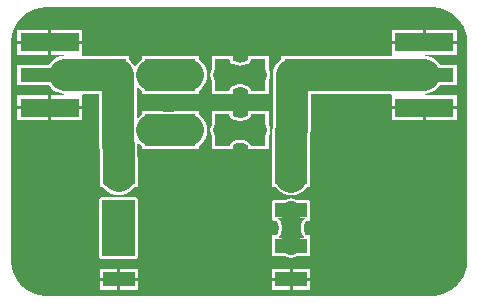
<source format=gbr>
%TF.GenerationSoftware,Altium Limited,Altium Designer,20.0.10 (225)*%
G04 Layer_Physical_Order=1*
G04 Layer_Color=255*
%FSLAX26Y26*%
%MOIN*%
%TF.FileFunction,Copper,L1,Top,Signal*%
%TF.Part,Single*%
G01*
G75*
%TA.AperFunction,SMDPad,CuDef*%
%ADD10R,0.106299X0.049213*%
%ADD11R,0.049213X0.106299*%
%ADD12R,0.196850X0.047244*%
%ADD13R,0.196850X0.062992*%
%TA.AperFunction,Conductor*%
%ADD14C,0.105236*%
%ADD15C,0.059055*%
%TA.AperFunction,ViaPad*%
%ADD16C,0.050000*%
G36*
X3156556Y2892979D02*
X3171511Y2888972D01*
X3185815Y2883047D01*
X3199224Y2875305D01*
X3211507Y2865880D01*
X3222455Y2854932D01*
X3231880Y2842649D01*
X3239622Y2829241D01*
X3245547Y2814936D01*
X3249554Y2799981D01*
X3251575Y2784631D01*
Y2776890D01*
Y2051220D01*
Y2043479D01*
X3249554Y2028129D01*
X3245547Y2013174D01*
X3239622Y1998870D01*
X3231880Y1985461D01*
X3222455Y1973178D01*
X3211507Y1962230D01*
X3199224Y1952805D01*
X3185815Y1945063D01*
X3171511Y1939138D01*
X3156556Y1935131D01*
X3141206Y1933110D01*
X3133465D01*
Y1933110D01*
X1850394Y1933110D01*
X1842652D01*
X1827302Y1935131D01*
X1812347Y1939138D01*
X1798043Y1945063D01*
X1784634Y1952805D01*
X1772351Y1962230D01*
X1761403Y1973178D01*
X1751978Y1985461D01*
X1744236Y1998870D01*
X1738312Y2013174D01*
X1734304Y2028129D01*
X1732284Y2043479D01*
Y2051220D01*
Y2776890D01*
Y2784631D01*
X1734304Y2799981D01*
X1738312Y2814936D01*
X1744236Y2829241D01*
X1751978Y2842649D01*
X1761403Y2854932D01*
X1772351Y2865880D01*
X1784634Y2875305D01*
X1798043Y2883047D01*
X1812347Y2888972D01*
X1827302Y2892979D01*
X1842652Y2895000D01*
X1850394D01*
Y2895000D01*
X3133465Y2895000D01*
X3141206D01*
X3156556Y2892979D01*
D02*
G37*
%LPC*%
G36*
X3216299Y2819839D02*
X3112874D01*
Y2783343D01*
X3216299D01*
Y2819839D01*
D02*
G37*
G36*
X3102874D02*
X2999449D01*
Y2783343D01*
X3102874D01*
Y2819839D01*
D02*
G37*
G36*
X1969055D02*
X1865630D01*
Y2783343D01*
X1969055D01*
Y2819839D01*
D02*
G37*
G36*
X1855630D02*
X1752205D01*
Y2783343D01*
X1855630D01*
Y2819839D01*
D02*
G37*
G36*
X3216299Y2773343D02*
X3107874D01*
X2999449D01*
Y2736847D01*
X2999449D01*
X2998575Y2732209D01*
X2746074D01*
X2701811Y2732302D01*
Y2732437D01*
X2693091D01*
X2692447Y2732485D01*
X2692066Y2732438D01*
X2691691Y2732513D01*
X2691309Y2732437D01*
X2632598D01*
Y2721792D01*
X2632248Y2721604D01*
X2622713Y2713779D01*
X2614888Y2704245D01*
X2609073Y2693366D01*
X2605493Y2681563D01*
X2604284Y2669287D01*
Y2497561D01*
X2603819Y2496031D01*
X2602610Y2483756D01*
Y2442211D01*
X2602149Y2364996D01*
X2601850D01*
Y2355258D01*
X2601774Y2354876D01*
X2601850Y2354494D01*
Y2295784D01*
X2612495D01*
X2612683Y2295433D01*
X2620508Y2285898D01*
X2630043Y2278073D01*
X2640921Y2272258D01*
X2652725Y2268678D01*
X2665000Y2267469D01*
X2677275Y2268678D01*
X2689079Y2272258D01*
X2699957Y2278073D01*
X2709492Y2285898D01*
X2710023Y2286429D01*
X2717700Y2295784D01*
X2728150D01*
Y2327845D01*
X2728453Y2330921D01*
Y2470482D01*
X2728917Y2472012D01*
X2730126Y2484287D01*
Y2606212D01*
X2769552Y2606366D01*
X2998575D01*
X2999449Y2601728D01*
X2999449D01*
Y2601366D01*
Y2565232D01*
X3107874D01*
X3216299D01*
Y2601728D01*
X3111795D01*
X3111550Y2606728D01*
X3120149Y2607575D01*
X3131953Y2611156D01*
X3142831Y2616970D01*
X3152366Y2624796D01*
X3160191Y2634330D01*
X3160905Y2635666D01*
X3216299D01*
Y2702910D01*
X3160905D01*
X3160191Y2704245D01*
X3152366Y2713779D01*
X3142831Y2721604D01*
X3131953Y2727419D01*
X3120149Y2731000D01*
X3111550Y2731847D01*
X3111795Y2736847D01*
X3216299D01*
Y2773343D01*
D02*
G37*
G36*
X1855630Y2773343D02*
X1752205D01*
Y2736847D01*
X1855630D01*
Y2773343D01*
D02*
G37*
G36*
X2530514Y2732513D02*
X2530132Y2732437D01*
X2520394D01*
Y2723562D01*
X2520008Y2720643D01*
X2519413Y2719302D01*
X2518162Y2717809D01*
X2515760Y2716034D01*
X2511924Y2714168D01*
X2506600Y2712434D01*
X2499998Y2711019D01*
X2494060Y2710429D01*
X2489869Y2710985D01*
X2483104Y2712434D01*
X2477781Y2714168D01*
X2473945Y2716034D01*
X2471543Y2717809D01*
X2470292Y2719302D01*
X2469697Y2720643D01*
X2469311Y2723562D01*
Y2732437D01*
X2459573D01*
X2459191Y2732513D01*
X2458809Y2732437D01*
X2400098D01*
Y2689031D01*
X2396195Y2679606D01*
X2394836Y2669287D01*
X2396195Y2658969D01*
X2400098Y2649544D01*
Y2606138D01*
X2458809D01*
X2459191Y2606062D01*
X2459573Y2606138D01*
X2469311D01*
Y2615012D01*
X2469697Y2617932D01*
X2470292Y2619273D01*
X2471543Y2620766D01*
X2473945Y2622541D01*
X2477781Y2624407D01*
X2483104Y2626141D01*
X2489706Y2627556D01*
X2495645Y2628146D01*
X2499835Y2627590D01*
X2506600Y2626141D01*
X2511924Y2624407D01*
X2515760Y2622541D01*
X2518162Y2620766D01*
X2519413Y2619273D01*
X2520008Y2617932D01*
X2520394Y2615012D01*
Y2606138D01*
X2530132D01*
X2530514Y2606062D01*
X2530895Y2606138D01*
X2589606D01*
Y2649544D01*
X2593510Y2658969D01*
X2594869Y2669287D01*
X2593510Y2679606D01*
X2589606Y2689031D01*
Y2732437D01*
X2530895D01*
X2530514Y2732513D01*
D02*
G37*
G36*
X1969055Y2773343D02*
X1865630D01*
Y2736847D01*
X1906079D01*
X1906324Y2731847D01*
X1897725Y2731000D01*
X1885921Y2727419D01*
X1875043Y2721604D01*
X1865508Y2713779D01*
X1857683Y2704245D01*
X1856969Y2702910D01*
X1752205D01*
Y2635666D01*
X1856969D01*
X1857683Y2634330D01*
X1865508Y2624796D01*
X1875043Y2616970D01*
X1885921Y2611156D01*
X1897725Y2607575D01*
X1906324Y2606728D01*
X1906079Y2601728D01*
X1865630D01*
Y2565232D01*
X1969055D01*
Y2601728D01*
X1969055D01*
X1969929Y2606366D01*
X2011131D01*
X2024047Y2606339D01*
Y2484819D01*
X2024100Y2484287D01*
X2024047Y2483756D01*
Y2436555D01*
X2024692Y2430012D01*
X2025256Y2424280D01*
X2026547Y2420024D01*
Y2419020D01*
D01*
Y2330921D01*
X2026850Y2327845D01*
Y2295784D01*
X2037300D01*
X2037728Y2295262D01*
D01*
X2044977Y2286429D01*
X2054511Y2278604D01*
X2065390Y2272790D01*
X2077193Y2269209D01*
X2089468Y2268000D01*
X2101744Y2269209D01*
X2113547Y2272790D01*
X2124426Y2278604D01*
X2133960Y2286429D01*
X2141637Y2295784D01*
X2153150D01*
Y2354494D01*
X2153226Y2354876D01*
X2153213Y2354937D01*
X2153225Y2354997D01*
X2153150Y2361312D01*
Y2364996D01*
X2153106D01*
X2152390Y2425125D01*
D01*
Y2434055D01*
X2151903Y2438993D01*
X2156731Y2440992D01*
X2157713Y2439796D01*
X2167248Y2431970D01*
X2167598Y2431783D01*
Y2421138D01*
X2226309D01*
X2226691Y2421062D01*
X2226713Y2421066D01*
X2226735Y2421062D01*
X2274378Y2421267D01*
D01*
D01*
X2287894Y2421228D01*
Y2421138D01*
X2296669D01*
X2297184Y2421096D01*
X2297549Y2421138D01*
X2297632D01*
X2298014Y2421062D01*
X2298395Y2421138D01*
X2357106D01*
Y2431783D01*
X2357457Y2431970D01*
X2366992Y2439796D01*
X2374817Y2449330D01*
X2380631Y2460209D01*
X2384212Y2472012D01*
X2385421Y2484287D01*
X2384212Y2496563D01*
X2380631Y2508366D01*
X2374817Y2519245D01*
X2366992Y2528779D01*
X2357457Y2536604D01*
X2357106Y2536792D01*
Y2547437D01*
X2298395D01*
X2298014Y2547513D01*
X2297992Y2547509D01*
X2297970Y2547513D01*
X2250327Y2547308D01*
D01*
D01*
X2236811Y2547347D01*
Y2547437D01*
X2228036D01*
X2227520Y2547479D01*
X2227156Y2547437D01*
X2227073D01*
X2226691Y2547513D01*
X2226309Y2547437D01*
X2167598D01*
Y2536792D01*
X2167248Y2536604D01*
X2157713Y2528779D01*
X2155002Y2525476D01*
D01*
X2154597Y2524983D01*
X2149890Y2526668D01*
Y2527474D01*
Y2565000D01*
Y2626907D01*
X2154597Y2628592D01*
X2157713Y2624796D01*
X2167248Y2616970D01*
X2167598Y2616783D01*
Y2606138D01*
X2226309D01*
X2226691Y2606062D01*
X2226713Y2606066D01*
X2226735Y2606062D01*
X2274378Y2606267D01*
D01*
D01*
X2287894Y2606228D01*
D01*
Y2606138D01*
X2296669D01*
X2297184Y2606096D01*
X2297549Y2606138D01*
X2297632D01*
X2298014Y2606062D01*
X2298395Y2606138D01*
X2357106D01*
Y2616783D01*
X2357457Y2616970D01*
X2366992Y2624796D01*
X2374817Y2634330D01*
X2380631Y2645209D01*
X2384212Y2657012D01*
X2385421Y2669287D01*
X2384212Y2681563D01*
X2380631Y2693366D01*
X2374817Y2704245D01*
X2366992Y2713779D01*
X2357457Y2721604D01*
X2357106Y2721792D01*
Y2732437D01*
X2298395D01*
X2298014Y2732513D01*
X2297992Y2732509D01*
X2297970Y2732513D01*
X2250327Y2732308D01*
D01*
D01*
X2236811Y2732347D01*
Y2732437D01*
X2228036D01*
X2227520Y2732479D01*
X2227156Y2732437D01*
X2227073D01*
X2226691Y2732513D01*
X2226309Y2732437D01*
X2167598D01*
Y2721792D01*
X2167248Y2721604D01*
X2157713Y2713779D01*
X2149888Y2704245D01*
X2146945Y2698738D01*
X2141945D01*
X2139285Y2703713D01*
X2131461Y2713248D01*
X2130929Y2713779D01*
X2130456Y2714168D01*
X2124606Y2718968D01*
D01*
Y2732437D01*
X2065895D01*
X2065514Y2732513D01*
X2065494Y2732509D01*
X2065474Y2732513D01*
X1987653Y2732209D01*
X1969929D01*
X1969055Y2736847D01*
X1969055D01*
Y2737209D01*
Y2773343D01*
D02*
G37*
G36*
X1855630Y2601728D02*
X1752205D01*
Y2565232D01*
X1855630D01*
Y2567305D01*
Y2601728D01*
D02*
G37*
G36*
X2530514Y2547513D02*
X2530132Y2547437D01*
X2520394D01*
Y2538562D01*
X2520008Y2535643D01*
X2519413Y2534302D01*
X2518162Y2532809D01*
X2515760Y2531034D01*
X2511924Y2529168D01*
X2506600Y2527434D01*
X2499998Y2526019D01*
X2494060Y2525429D01*
X2489869Y2525985D01*
X2483104Y2527434D01*
X2477781Y2529168D01*
X2473945Y2531034D01*
X2471543Y2532809D01*
X2470292Y2534302D01*
X2469697Y2535643D01*
X2469311Y2538562D01*
Y2547437D01*
X2459573D01*
X2459191Y2547513D01*
X2458809Y2547437D01*
X2400098D01*
Y2504031D01*
X2396195Y2494606D01*
X2394836Y2484287D01*
X2396195Y2473969D01*
X2400098Y2464544D01*
Y2421138D01*
X2458809D01*
X2459191Y2421062D01*
X2459573Y2421138D01*
X2469311D01*
Y2430012D01*
X2469697Y2432932D01*
X2470292Y2434273D01*
X2471543Y2435766D01*
X2473945Y2437541D01*
X2477781Y2439407D01*
X2483104Y2441141D01*
X2489706Y2442556D01*
X2495645Y2443146D01*
X2499835Y2442590D01*
X2506600Y2441141D01*
X2511924Y2439407D01*
X2515760Y2437541D01*
X2518162Y2435766D01*
X2519413Y2434273D01*
X2520008Y2432932D01*
X2520394Y2430012D01*
Y2421138D01*
X2530132D01*
X2530514Y2421062D01*
X2530895Y2421138D01*
X2589606D01*
Y2464544D01*
X2593510Y2473969D01*
X2594869Y2484287D01*
X2593510Y2494606D01*
X2589606Y2504031D01*
Y2547437D01*
X2530895D01*
X2530514Y2547513D01*
D02*
G37*
G36*
X3216299Y2555232D02*
X3112874D01*
Y2518736D01*
X3216299D01*
Y2555232D01*
D02*
G37*
G36*
X3102874D02*
X2999449D01*
Y2518736D01*
X3102874D01*
Y2555232D01*
D02*
G37*
G36*
X1969055Y2555232D02*
X1865630D01*
Y2518736D01*
X1969055D01*
Y2555232D01*
D02*
G37*
G36*
X1855630D02*
X1752205D01*
Y2518736D01*
X1855630D01*
Y2555232D01*
D02*
G37*
G36*
X2665000Y2258054D02*
X2654681Y2256695D01*
X2645257Y2252791D01*
X2601850D01*
Y2194080D01*
X2601774Y2193699D01*
X2601850Y2193317D01*
Y2183579D01*
X2610725D01*
X2613644Y2183193D01*
X2614985Y2182598D01*
X2616479Y2181347D01*
X2618254Y2178945D01*
X2620120Y2175109D01*
X2621853Y2169785D01*
X2623268Y2163184D01*
X2623717Y2158673D01*
X2623303Y2155554D01*
X2621853Y2148789D01*
X2620120Y2143466D01*
X2618254Y2139630D01*
X2616479Y2137228D01*
X2614985Y2135977D01*
X2613644Y2135382D01*
X2610725Y2134996D01*
X2601850D01*
Y2125258D01*
X2601774Y2124876D01*
X2601850Y2124494D01*
Y2065784D01*
X2645257D01*
X2654681Y2061880D01*
X2665000Y2060521D01*
X2675319Y2061880D01*
X2684743Y2065784D01*
X2728150D01*
Y2124494D01*
X2728226Y2124876D01*
X2728150Y2125258D01*
Y2134996D01*
X2719275D01*
X2716356Y2135382D01*
X2715015Y2135977D01*
X2713521Y2137228D01*
X2711746Y2139630D01*
X2709880Y2143466D01*
X2708147Y2148789D01*
X2706732Y2155391D01*
X2706283Y2159901D01*
X2706697Y2163021D01*
X2708147Y2169785D01*
X2709880Y2175109D01*
X2711746Y2178945D01*
X2713521Y2181347D01*
X2715015Y2182598D01*
X2716356Y2183193D01*
X2719275Y2183579D01*
X2728150D01*
Y2193317D01*
X2728226Y2193699D01*
X2728150Y2194080D01*
Y2252791D01*
X2684743D01*
X2675319Y2256695D01*
X2665000Y2258054D01*
D02*
G37*
G36*
X2145000Y2262987D02*
X2035000D01*
X2031098Y2262211D01*
X2027790Y2260001D01*
X2025580Y2256693D01*
X2024804Y2252791D01*
Y2065784D01*
X2025580Y2061882D01*
X2027790Y2058574D01*
X2031098Y2056364D01*
X2035000Y2055588D01*
X2145000D01*
X2148902Y2056364D01*
X2152210Y2058574D01*
X2154420Y2061882D01*
X2155196Y2065784D01*
Y2245897D01*
Y2252791D01*
X2154420Y2256693D01*
X2152210Y2260001D01*
X2148902Y2262211D01*
X2145000Y2262987D01*
D02*
G37*
G36*
X2728150Y2022791D02*
X2670000D01*
Y1993185D01*
X2728150D01*
Y2020952D01*
Y2022791D01*
D02*
G37*
G36*
X2153150D02*
X2095000D01*
Y1993185D01*
X2153150D01*
Y2022791D01*
D02*
G37*
G36*
X2660000D02*
X2601850D01*
Y1993185D01*
X2660000D01*
Y2022791D01*
D02*
G37*
G36*
X2085000D02*
X2026850D01*
Y1993185D01*
X2085000D01*
Y2022791D01*
D02*
G37*
G36*
X2728150Y1983185D02*
X2670000D01*
Y1953579D01*
X2728150D01*
Y1983185D01*
D02*
G37*
G36*
X2660000D02*
X2601850D01*
Y1953579D01*
X2660000D01*
Y1983185D01*
D02*
G37*
G36*
X2153150D02*
X2095000D01*
Y1953579D01*
X2153150D01*
Y1983185D01*
D02*
G37*
G36*
X2085000D02*
X2026850D01*
Y1953579D01*
X2085000D01*
Y1983185D01*
D02*
G37*
%LPD*%
G36*
X2692743Y2722239D02*
X2701162Y2722107D01*
X2796927Y2721906D01*
Y2616669D01*
X2691691Y2616258D01*
Y2722317D01*
X2692743Y2722239D01*
D02*
G37*
G36*
X2718030Y2354876D02*
X2611970D01*
X2612150Y2355928D01*
X2612310Y2359086D01*
X2612913Y2460112D01*
X2718150D01*
X2718030Y2354876D01*
D02*
G37*
G36*
X2530514Y2616258D02*
X2529923Y2620723D01*
X2528151Y2624719D01*
X2525199Y2628244D01*
X2521065Y2631299D01*
X2515750Y2633884D01*
X2509254Y2636000D01*
X2501577Y2637645D01*
X2495813Y2638409D01*
X2488128Y2637645D01*
X2480451Y2636000D01*
X2473955Y2633884D01*
X2468640Y2631299D01*
X2464506Y2628244D01*
X2461553Y2624719D01*
X2459782Y2620723D01*
X2459191Y2616258D01*
Y2722317D01*
X2459782Y2717852D01*
X2461553Y2713856D01*
X2464506Y2710331D01*
X2468640Y2707276D01*
X2473955Y2704691D01*
X2480451Y2702575D01*
X2488128Y2700930D01*
X2493892Y2700166D01*
X2501577Y2700930D01*
X2509254Y2702575D01*
X2515750Y2704691D01*
X2521065Y2707276D01*
X2525199Y2710331D01*
X2528151Y2713856D01*
X2529923Y2717852D01*
X2530514Y2722317D01*
Y2616258D01*
D02*
G37*
G36*
X2298014Y2721976D02*
X2322500Y2721906D01*
Y2616669D01*
X2298014Y2616564D01*
Y2616258D01*
X2297056Y2616336D01*
X2294181Y2616406D01*
X2274378Y2616463D01*
X2226691Y2616258D01*
Y2616599D01*
X2202205Y2616669D01*
Y2721906D01*
X2226691Y2722011D01*
Y2722317D01*
X2227649Y2722239D01*
X2230523Y2722169D01*
X2250327Y2722112D01*
X2298014Y2722317D01*
Y2721976D01*
D02*
G37*
G36*
X2065514Y2616258D02*
X2064461Y2616336D01*
X2056042Y2616468D01*
X1960277Y2616669D01*
Y2721906D01*
X2065514Y2722317D01*
Y2616258D01*
D02*
G37*
G36*
X2298014Y2536976D02*
X2322500Y2536906D01*
Y2431669D01*
X2298014Y2431564D01*
Y2431258D01*
X2297056Y2431336D01*
X2294181Y2431406D01*
X2274378Y2431463D01*
X2226691Y2431258D01*
Y2431599D01*
X2202205Y2431669D01*
Y2536906D01*
X2226691Y2537011D01*
Y2537317D01*
X2227649Y2537239D01*
X2230523Y2537169D01*
X2250327Y2537112D01*
X2298014Y2537317D01*
Y2536976D01*
D02*
G37*
G36*
X2139694Y2565000D02*
Y2526668D01*
X2139743Y2526419D01*
X2139706Y2526167D01*
X2140000Y2524994D01*
Y2491561D01*
X2139284Y2484287D01*
X2140000Y2477014D01*
Y2434055D01*
X2142087D01*
X2143030Y2354876D01*
X2140000D01*
Y2305737D01*
X2139205Y2305495D01*
X2137735Y2305203D01*
X2137315Y2304922D01*
X2136831Y2304776D01*
X2135673Y2303825D01*
X2134428Y2302993D01*
X2134146Y2302573D01*
X2133756Y2302252D01*
X2131908Y2300000D01*
X2047029Y2300000D01*
X2045181Y2302252D01*
X2044790Y2302573D01*
X2044509Y2302993D01*
X2043264Y2303825D01*
X2042106Y2304776D01*
X2041622Y2304922D01*
X2041202Y2305203D01*
X2039732Y2305495D01*
X2038299Y2305930D01*
X2037046Y2310718D01*
Y2327845D01*
X2036948Y2328341D01*
X2036997Y2328844D01*
X2036743Y2331422D01*
Y2420024D01*
X2036451Y2421493D01*
X2036304Y2422984D01*
X2035305Y2426279D01*
X2035000Y2429374D01*
X2035000Y2565000D01*
X2139694Y2565000D01*
D02*
G37*
G36*
X2530514Y2431258D02*
X2529923Y2435723D01*
X2528151Y2439719D01*
X2525199Y2443244D01*
X2521065Y2446299D01*
X2515750Y2448884D01*
X2509254Y2451000D01*
X2501577Y2452645D01*
X2495813Y2453409D01*
X2488128Y2452645D01*
X2480451Y2451000D01*
X2473955Y2448884D01*
X2468640Y2446299D01*
X2464506Y2443244D01*
X2461553Y2439719D01*
X2459782Y2435723D01*
X2459191Y2431258D01*
Y2537317D01*
X2459782Y2532852D01*
X2461553Y2528856D01*
X2464506Y2525331D01*
X2468640Y2522276D01*
X2473955Y2519691D01*
X2480451Y2517575D01*
X2488128Y2515930D01*
X2493892Y2515166D01*
X2501577Y2515930D01*
X2509254Y2517575D01*
X2515750Y2519691D01*
X2521065Y2522276D01*
X2525199Y2525331D01*
X2528151Y2528856D01*
X2529923Y2532852D01*
X2530514Y2537317D01*
Y2431258D01*
D02*
G37*
G36*
X2713564Y2193108D02*
X2709569Y2191337D01*
X2706044Y2188384D01*
X2702988Y2184250D01*
X2700403Y2178935D01*
X2698288Y2172439D01*
X2696643Y2164762D01*
X2696020Y2160070D01*
X2696643Y2153813D01*
X2698288Y2146136D01*
X2700403Y2139640D01*
X2702988Y2134325D01*
X2706044Y2130191D01*
X2709569Y2127238D01*
X2713564Y2125467D01*
X2718030Y2124876D01*
X2611970D01*
X2616436Y2125467D01*
X2620431Y2127238D01*
X2623956Y2130191D01*
X2627012Y2134325D01*
X2629597Y2139640D01*
X2631712Y2146136D01*
X2633357Y2153813D01*
X2633980Y2158505D01*
X2633357Y2164762D01*
X2631712Y2172439D01*
X2629597Y2178935D01*
X2627012Y2184250D01*
X2623956Y2188384D01*
X2620431Y2191337D01*
X2616436Y2193108D01*
X2611970Y2193699D01*
X2718030D01*
X2713564Y2193108D01*
D02*
G37*
G36*
X2145000Y2065784D02*
X2035000D01*
Y2252791D01*
X2145000D01*
Y2065784D01*
D02*
G37*
D10*
X2665000Y2330390D02*
D03*
Y2218185D02*
D03*
Y2100390D02*
D03*
Y1988185D02*
D03*
X2090000Y2100390D02*
D03*
Y1988185D02*
D03*
Y2330390D02*
D03*
Y2218185D02*
D03*
D11*
X2667205Y2669287D02*
D03*
X2555000D02*
D03*
X2667205Y2484287D02*
D03*
X2555000D02*
D03*
X2434705D02*
D03*
X2322500D02*
D03*
X2434705Y2669287D02*
D03*
X2322500D02*
D03*
X2202205Y2484287D02*
D03*
X2090000D02*
D03*
X2202205Y2669287D02*
D03*
X2090000D02*
D03*
D12*
X3107874D02*
D03*
X1860630D02*
D03*
D13*
X3107874Y2778343D02*
D03*
Y2560232D02*
D03*
X1860630D02*
D03*
Y2778343D02*
D03*
D14*
X2089468Y2330921D02*
Y2434055D01*
X2086968Y2436555D02*
X2089468Y2434055D01*
X2086968Y2436555D02*
Y2483756D01*
X2667205Y2669287D02*
X3107874D01*
X2202205D02*
X2322500D01*
X1910000D02*
X2086437D01*
X2086968Y2668756D01*
Y2484819D02*
Y2668756D01*
X2202205Y2484287D02*
X2322500D01*
X2665000Y2330390D02*
X2665532Y2330921D01*
Y2483756D01*
X2666063Y2484287D01*
X2667205D01*
Y2669287D01*
D15*
X2665000Y2100390D02*
Y2218185D01*
X2434705Y2669287D02*
X2555000D01*
X2434705Y2484287D02*
X2555000D01*
D16*
X2190000Y2355000D02*
D03*
X2005000Y2795000D02*
D03*
X1995000Y2580000D02*
D03*
X2692400Y2757662D02*
D03*
X2771927D02*
D03*
X2851455D02*
D03*
X2930982D02*
D03*
X2582185Y2771136D02*
D03*
X2473248Y2766764D02*
D03*
X2505000Y2575000D02*
D03*
X2435000D02*
D03*
X2376491Y2380841D02*
D03*
X2465000Y2380000D02*
D03*
X2536013Y2395836D02*
D03*
X2272342Y2395913D02*
D03*
X2228175Y2766798D02*
D03*
X2272342Y2580913D02*
D03*
X2372185Y2771136D02*
D03*
X2576548Y2336507D02*
D03*
X2579872Y2257049D02*
D03*
X2580616Y2177525D02*
D03*
X2576548Y2098101D02*
D03*
X2753452Y2107662D02*
D03*
X2752610Y2187185D02*
D03*
X2744249Y2266271D02*
D03*
X2753906Y2345211D02*
D03*
Y2424738D02*
D03*
X2755579Y2504248D02*
D03*
X2776724Y2580913D02*
D03*
X2856251D02*
D03*
X2935779D02*
D03*
X2057925Y2757662D02*
D03*
X1998594Y2502947D02*
D03*
X1999698Y2423427D02*
D03*
Y2343900D02*
D03*
X2123743Y2756536D02*
D03*
X1848414Y2073808D02*
D03*
X2400000Y2120000D02*
D03*
%TF.MD5,86ad97c63d303c259478b3b018255169*%
M02*

</source>
